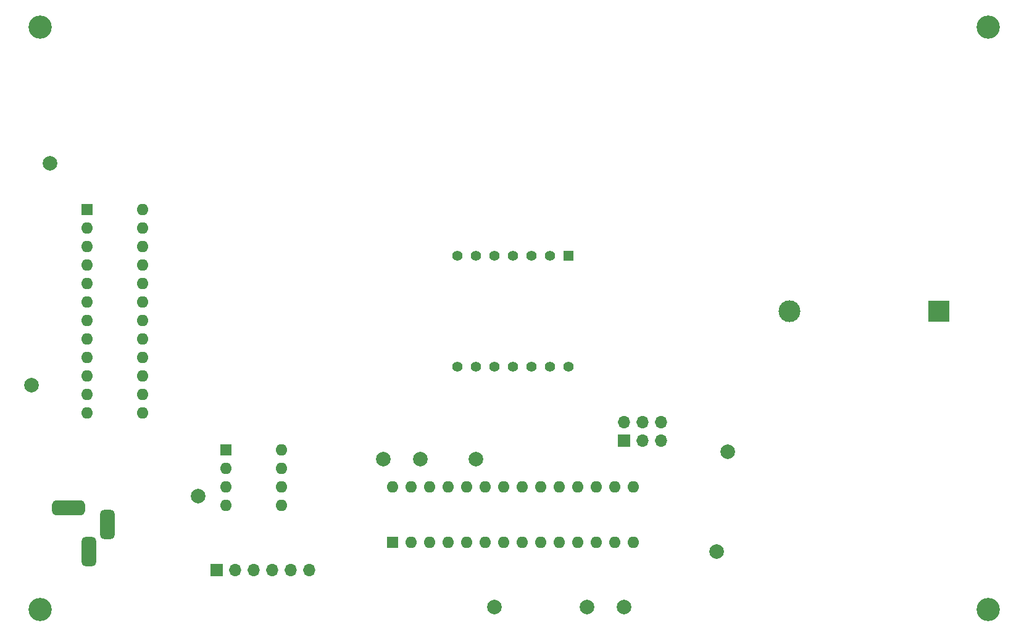
<source format=gbr>
%TF.GenerationSoftware,KiCad,Pcbnew,(6.0.5-0)*%
%TF.CreationDate,2022-07-21T21:11:39-05:00*%
%TF.ProjectId,hps-schematic-2.0,6870732d-7363-4686-956d-617469632d32,rev?*%
%TF.SameCoordinates,PX4c4db10PY8a12ae0*%
%TF.FileFunction,Soldermask,Bot*%
%TF.FilePolarity,Negative*%
%FSLAX46Y46*%
G04 Gerber Fmt 4.6, Leading zero omitted, Abs format (unit mm)*
G04 Created by KiCad (PCBNEW (6.0.5-0)) date 2022-07-21 21:11:39*
%MOMM*%
%LPD*%
G01*
G04 APERTURE LIST*
G04 Aperture macros list*
%AMRoundRect*
0 Rectangle with rounded corners*
0 $1 Rounding radius*
0 $2 $3 $4 $5 $6 $7 $8 $9 X,Y pos of 4 corners*
0 Add a 4 corners polygon primitive as box body*
4,1,4,$2,$3,$4,$5,$6,$7,$8,$9,$2,$3,0*
0 Add four circle primitives for the rounded corners*
1,1,$1+$1,$2,$3*
1,1,$1+$1,$4,$5*
1,1,$1+$1,$6,$7*
1,1,$1+$1,$8,$9*
0 Add four rect primitives between the rounded corners*
20,1,$1+$1,$2,$3,$4,$5,0*
20,1,$1+$1,$4,$5,$6,$7,0*
20,1,$1+$1,$6,$7,$8,$9,0*
20,1,$1+$1,$8,$9,$2,$3,0*%
G04 Aperture macros list end*
%ADD10C,3.200000*%
%ADD11R,1.600000X1.600000*%
%ADD12O,1.600000X1.600000*%
%ADD13C,2.000000*%
%ADD14O,1.700000X1.700000*%
%ADD15R,1.700000X1.700000*%
%ADD16R,1.400000X1.400000*%
%ADD17C,1.400000*%
%ADD18RoundRect,0.500000X1.750000X0.500000X-1.750000X0.500000X-1.750000X-0.500000X1.750000X-0.500000X0*%
%ADD19RoundRect,0.500000X-0.500000X1.500000X-0.500000X-1.500000X0.500000X-1.500000X0.500000X1.500000X0*%
%ADD20R,3.000000X3.000000*%
%ADD21C,3.000000*%
G04 APERTURE END LIST*
D10*
%TO.C,H4*%
X134990000Y4780000D03*
%TD*%
D11*
%TO.C,LED_MATRIX1*%
X11430000Y59695000D03*
D12*
X11430000Y57155000D03*
X11430000Y54615000D03*
X11430000Y52075000D03*
X11430000Y49535000D03*
X11430000Y46995000D03*
X11430000Y44455000D03*
X11430000Y41915000D03*
X11430000Y39375000D03*
X11430000Y36835000D03*
X11430000Y34295000D03*
X11430000Y31755000D03*
X19050000Y31755000D03*
X19050000Y34295000D03*
X19050000Y36835000D03*
X19050000Y39375000D03*
X19050000Y41915000D03*
X19050000Y44455000D03*
X19050000Y46995000D03*
X19050000Y49535000D03*
X19050000Y52075000D03*
X19050000Y54615000D03*
X19050000Y57155000D03*
X19050000Y59695000D03*
%TD*%
D11*
%TO.C,RTC1*%
X30490000Y26660000D03*
D12*
X30490000Y24120000D03*
X30490000Y21580000D03*
X30490000Y19040000D03*
X38110000Y19040000D03*
X38110000Y21580000D03*
X38110000Y24120000D03*
X38110000Y26660000D03*
%TD*%
D13*
%TO.C,TP8*%
X97790000Y12700000D03*
%TD*%
%TO.C,TP4*%
X52070000Y25400000D03*
%TD*%
D10*
%TO.C,H2*%
X134990000Y84780000D03*
%TD*%
%TO.C,H3*%
X4990000Y4780000D03*
%TD*%
D13*
%TO.C,TP9*%
X99315000Y26415000D03*
%TD*%
%TO.C,TP6*%
X64770000Y25400000D03*
%TD*%
%TO.C,TP2*%
X3810000Y35560000D03*
%TD*%
%TO.C,TP10*%
X26670000Y20320000D03*
%TD*%
D14*
%TO.C,J2*%
X41910000Y10160000D03*
X39370000Y10160000D03*
X36830000Y10160000D03*
X34290000Y10160000D03*
X31750000Y10160000D03*
D15*
X29210000Y10160000D03*
%TD*%
D10*
%TO.C,H1*%
X4990000Y84780000D03*
%TD*%
D13*
%TO.C,TP7*%
X80010000Y5080000D03*
%TD*%
D11*
%TO.C,ATMega1*%
X53350000Y13980000D03*
D12*
X55890000Y13980000D03*
X58430000Y13980000D03*
X60970000Y13980000D03*
X63510000Y13980000D03*
X66050000Y13980000D03*
X68590000Y13980000D03*
X71130000Y13980000D03*
X73670000Y13980000D03*
X76210000Y13980000D03*
X78750000Y13980000D03*
X81290000Y13980000D03*
X83830000Y13980000D03*
X86370000Y13980000D03*
X86370000Y21600000D03*
X83830000Y21600000D03*
X81290000Y21600000D03*
X78750000Y21600000D03*
X76210000Y21600000D03*
X73670000Y21600000D03*
X71130000Y21600000D03*
X68590000Y21600000D03*
X66050000Y21600000D03*
X63510000Y21600000D03*
X60970000Y21600000D03*
X58430000Y21600000D03*
X55890000Y21600000D03*
X53350000Y21600000D03*
%TD*%
D15*
%TO.C,J1*%
X85090000Y27940000D03*
D14*
X85090000Y30480000D03*
X87630000Y27940000D03*
X87630000Y30480000D03*
X90170000Y27940000D03*
X90170000Y30480000D03*
%TD*%
D13*
%TO.C,TP1*%
X6350000Y66040000D03*
%TD*%
D16*
%TO.C,DS1*%
X77470000Y53340000D03*
D17*
X74930000Y53340000D03*
X72390000Y53340000D03*
X69850000Y53340000D03*
X67310000Y53340000D03*
X64770000Y53340000D03*
X62230000Y53340000D03*
X62230000Y38100000D03*
X64770000Y38100000D03*
X67310000Y38100000D03*
X69850000Y38100000D03*
X72390000Y38100000D03*
X74930000Y38100000D03*
X77470000Y38100000D03*
%TD*%
D13*
%TO.C,TP3*%
X57150000Y25400000D03*
%TD*%
%TO.C,TP5*%
X85090000Y5080000D03*
%TD*%
%TO.C,TP11*%
X67310000Y5080000D03*
%TD*%
D18*
%TO.C,J1(POWER)1*%
X8890000Y18740000D03*
D19*
X14190000Y16440000D03*
X11690000Y12740000D03*
%TD*%
D20*
%TO.C,BT1*%
X128270000Y45720000D03*
D21*
X107780000Y45720000D03*
%TD*%
M02*

</source>
